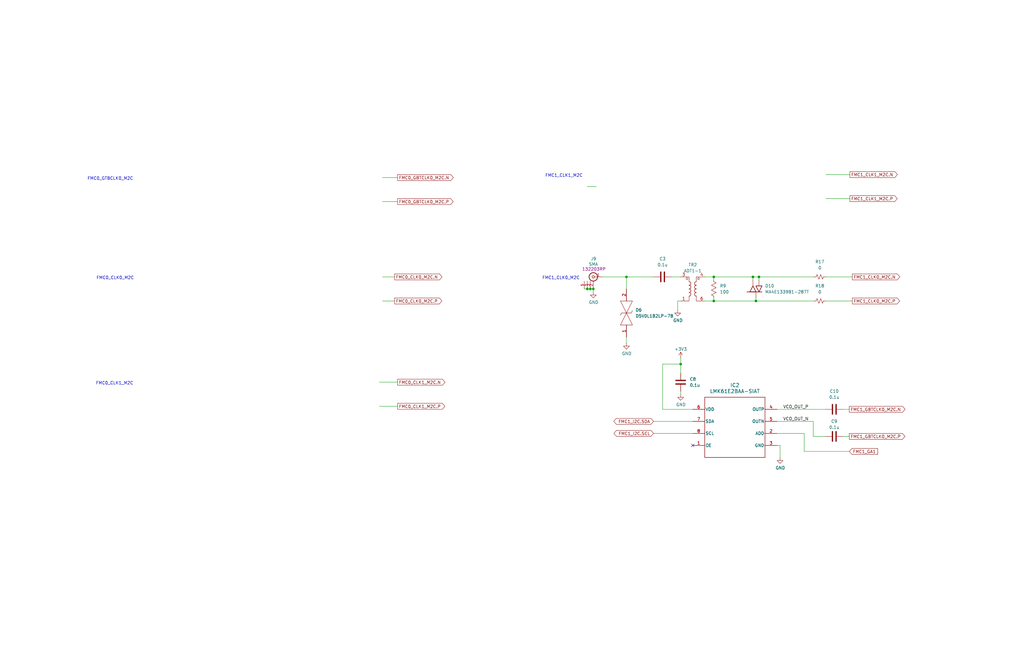
<source format=kicad_sch>
(kicad_sch (version 20231120) (generator "eeschema") (generator_version "8.0")
  (paper "B")
  (lib_symbols
    (symbol "D5V0L1B2LP_7B:D5V0L1B2LP-7B" (pin_names (offset 0.762))
      (property "Reference" "D" (at 12.7 8.89 0))
      (property "Value" "D5V0L1B2LP-7B" (at 12.7 6.35 0))
      (symbol "D5V0L1B2LP-7B_0_0"
        (pin passive line (at 0 0 0) (length 5.08) (name "~") (number "1"))
        (pin passive line (at 20.32 0 180) (length 5.08) (name "~") (number "2"))
      )
      (symbol "D5V0L1B2LP-7B_0_1"
        (polyline (pts (xy 9.144 2.54) (xy 10.16 2.032)) (stroke (width 0.1524)))
        (polyline (pts (xy 10.16 -2.032) (xy 10.16 2.032)) (stroke (width 0.1524)))
        (polyline (pts (xy 10.16 -2.032) (xy 11.176 -2.54)) (stroke (width 0.1524)))
        (polyline (pts (xy 10.16 0) (xy 5.08 -2.54) (xy 5.08 2.54) (xy 10.16 0)) (stroke (width 0.1524)))
        (polyline (pts (xy 10.16 0) (xy 15.24 -2.54) (xy 15.24 2.54) (xy 10.16 0)) (stroke (width 0.1524)))
      )
    )
    (symbol "DB4_4" (pin_numbers hide) (pin_names (offset 1.016) hide)
      (property "Reference" "D10" (at -1.27 3.81 90))
      (property "Value" "DB4" (at 1.27 3.81 90))
      (symbol "DB4_4_0_1"
        (polyline (pts (xy 1.27 2.54) (xy 1.27 -3.81)) (stroke (width 0.254)))
        (polyline (pts (xy -1.27 2.54) (xy -1.27 0) (xy 1.27 1.27) (xy -1.27 2.54)) (stroke (width 0.254)))
        (polyline (pts (xy 1.27 0) (xy 1.27 -2.54) (xy -1.27 -1.27) (xy 1.27 0)) (stroke (width 0.254)))
      )
      (symbol "DB4_4_1_1"
        (pin passive line (at -3.81 1.27 0) (length 2.54) (name "K") (number "1"))
        (pin passive line (at -3.81 -1.27 0) (length 2.54) (name "K") (number "2"))
        (pin passive line (at 3.81 0 180) (length 2.54) (name "A") (number "3"))
      )
    )
    (symbol "Device:C" (pin_numbers hide) (pin_names (offset 0.254))
      (property "Reference" "C" (at 0.635 2.54 0))
      (property "Value" "C" (at 0.635 -2.54 0))
      (symbol "C_0_1"
        (polyline (pts (xy -2.032 -0.762) (xy 2.032 -0.762)) (stroke (width 0.508)))
        (polyline (pts (xy -2.032 0.762) (xy 2.032 0.762)) (stroke (width 0.508)))
      )
      (symbol "C_1_1"
        (pin passive line (at 0 3.81 270) (length 2.794) (name "~") (number "1"))
        (pin passive line (at 0 -3.81 90) (length 2.794) (name "~") (number "2"))
      )
    )
    (symbol "Device:R_Small_US" (pin_numbers hide) (pin_names (offset 0.254) hide)
      (property "Reference" "R" (at 0.762 0.508 0))
      (property "Value" "R_Small_US" (at 0.762 -1.016 0))
      (symbol "R_Small_US_1_1"
        (polyline (pts (xy 0 0) (xy 1.016 -0.381) (xy 0 -0.762) (xy -1.016 -1.143) (xy 0 -1.524)))
        (polyline (pts (xy 0 1.524) (xy 1.016 1.143) (xy 0 0.762) (xy -1.016 0.381) (xy 0 0)))
        (pin passive line (at 0 2.54 270) (length 1.016) (name "~") (number "1"))
        (pin passive line (at 0 -2.54 90) (length 1.016) (name "~") (number "2"))
      )
    )
    (symbol "LMK61E2BAA-SIAT:LMK61E2BAA-SIAT" (pin_names (offset 0.254))
      (property "Reference" "U" (at 0 2.54 0))
      (property "Value" "LMK61E2BAA-SIAT" (at 0 0 0))
      (symbol "LMK61E2BAA-SIAT_0_1"
        (polyline (pts (xy -12.7 -12.7) (xy 12.7 -12.7)) (stroke (width 0.2032)))
        (polyline (pts (xy -12.7 12.7) (xy -12.7 -12.7)) (stroke (width 0.2032)))
        (polyline (pts (xy 12.7 -12.7) (xy 12.7 12.7)) (stroke (width 0.2032)))
        (polyline (pts (xy 12.7 12.7) (xy -12.7 12.7)) (stroke (width 0.2032)))
        (pin input line (at -17.78 -7.62 0) (length 5.08) (name "OE") (number "1"))
        (pin input line (at 17.78 -2.54 180) (length 5.08) (name "ADD") (number "2"))
        (pin power_in line (at 17.78 -7.62 180) (length 5.08) (name "GND") (number "3"))
        (pin output line (at 17.78 7.62 180) (length 5.08) (name "OUTP") (number "4"))
        (pin output line (at 17.78 2.54 180) (length 5.08) (name "OUTN") (number "5"))
        (pin power_in line (at -17.78 7.62 0) (length 5.08) (name "VDD") (number "6"))
        (pin bidirectional line (at -17.78 2.54 0) (length 5.08) (name "SDA") (number "7"))
        (pin input line (at -17.78 -2.54 0) (length 5.08) (name "SCL") (number "8"))
      )
    )
    (symbol "Paul:SMA" (pin_names (offset 1.016) hide)
      (property "Reference" "J" (at 0.254 3.048 0))
      (property "Value" "SMA" (at 4.445 0 0))
      (symbol "SMA_0_1"
        (circle (center 0 0) (radius 0.508) (stroke (width 0.2032)))
        (circle (center 0 0) (radius 1.778) (stroke (width 0.3048)))
      )
      (symbol "SMA_1_1"
        (pin passive line (at -3.81 0 0) (length 3.302) (name "In") (number "1"))
        (pin passive line (at 0 -5.08 90) (length 3.302) (name "SHELL") (number "2"))
        (pin passive line (at 1.27 -5.08 90) (length 3.302) (name "SHELL") (number "3"))
        (pin passive line (at 2.54 -5.08 90) (length 3.302) (name "SHELL") (number "4"))
        (pin passive line (at 3.81 -5.08 90) (length 3.302) (name "SHELL") (number "5"))
      )
    )
    (symbol "Transformer:ADT1-1" (pin_names hide)
      (property "Reference" "TR1" (at 0 10.16 0))
      (property "Value" "ADT1-1" (at 0 7.62 0))
      (symbol "ADT1-1_0_1"
        (circle (center -2.413 4.318) (radius 0.4016))
        (arc (start -1.524 -3.048) (mid -0.7653 -2.286) (end -1.524 -1.524) (stroke (width 0.2032)))
        (arc (start -1.524 -1.524) (mid -0.7653 -0.762) (end -1.524 0) (stroke (width 0.2032)))
        (arc (start -1.524 0) (mid -0.7653 0.762) (end -1.524 1.524) (stroke (width 0.2032)))
        (arc (start -1.524 1.524) (mid -0.7653 2.286) (end -1.524 3.048) (stroke (width 0.2032)))
        (polyline (pts (xy -2.54 5.08) (xy -1.524 5.08) (xy -1.524 3.048)) (stroke (width 0.1524)))
        (polyline (pts (xy -1.524 -3.048) (xy -1.524 -5.08) (xy -2.54 -5.08)) (stroke (width 0.1524)))
        (polyline (pts (xy 1.524 3.048) (xy 1.524 5.08) (xy 2.54 5.08)) (stroke (width 0.1524)))
        (polyline (pts (xy 2.54 -5.08) (xy 1.524 -5.08) (xy 1.524 -3.048)) (stroke (width 0.1524)))
        (arc (start 1.524 -1.524) (mid 0.7653 -2.286) (end 1.524 -3.048) (stroke (width 0.2032)))
        (arc (start 1.524 0) (mid 0.7653 -0.762) (end 1.524 -1.524) (stroke (width 0.2032)))
        (arc (start 1.524 1.524) (mid 0.7653 0.762) (end 1.524 0) (stroke (width 0.2032)))
        (arc (start 1.524 3.048) (mid 0.7653 2.286) (end 1.524 1.524) (stroke (width 0.2032)))
        (circle (center 2.413 4.318) (radius 0.4016))
      )
      (symbol "ADT1-1_1_1"
        (pin passive line (at -5.08 -5.08 0) (length 2.54) (name "~") (number "1"))
        (pin passive line (at -5.08 5.08 0) (length 2.54) (name "~") (number "3"))
        (pin passive line (at 5.08 5.08 180) (length 2.54) (name "~") (number "4"))
        (pin passive line (at 5.08 -5.08 180) (length 2.54) (name "~") (number "6"))
      )
    )
    (symbol "custom:R_norm" (pin_numbers hide) (pin_names (offset 0))
      (property "Reference" "R" (at -2.54 0 90))
      (property "Value" "R_norm" (at 2.54 0 90))
      (symbol "R_norm_0_1"
        (polyline (pts (xy 0 -3.048) (xy -1.016 -2.54) (xy 1.016 -1.524) (xy -1.016 -0.508) (xy 1.016 0.508) (xy -1.016 1.524) (xy 1.016 2.54) (xy 0 3.048)))
      )
      (symbol "R_norm_1_1"
        (pin passive line (at 0 3.81 270) (length 0.762) (name "~") (number "1"))
        (pin passive line (at 0 -3.81 90) (length 0.762) (name "~") (number "2"))
      )
    )
    (symbol "power:+3V3" (power) (pin_names (offset 0))
      (property "Value" "+3V3" (at 0 3.556 0))
      (symbol "+3V3_0_1"
        (polyline (pts (xy -0.762 1.27) (xy 0 2.54)))
        (polyline (pts (xy 0 0) (xy 0 2.54)))
        (polyline (pts (xy 0 2.54) (xy 0.762 1.27)))
      )
      (symbol "+3V3_1_1"
        (pin power_in line (at 0 0 90) (length 0) hide (name "+3V3") (number "1"))
      )
    )
    (symbol "power:GND" (power) (pin_names (offset 0))
      (property "Value" "GND" (at 0 -3.81 0))
      (symbol "GND_0_1"
        (polyline (pts (xy 0 0) (xy 0 -1.27) (xy 1.27 -1.27) (xy 0 -2.54) (xy -1.27 -1.27) (xy 0 -1.27)))
      )
      (symbol "GND_1_1"
        (pin power_in line (at 0 0 270) (length 0) hide (name "GND") (number "1"))
      )
    )
  )
  (junction (at 250.19 121.92))
  (junction (at 300.99 127))
  (junction (at 287.02 153.67))
  (junction (at 300.99 116.84))
  (junction (at 318.77 127))
  (junction (at 320.04 116.84))
  (junction (at 247.65 121.92))
  (junction (at 317.5 116.84))
  (junction (at 248.92 121.92))
  (junction (at 264.16 116.84))
  (no_connect (at 292.1 187.96))
  (wire (pts (xy 279.4 153.67) (xy 279.4 172.72)))
  (wire (pts (xy 342.9 177.8) (xy 342.9 184.15)))
  (wire (pts (xy 342.9 184.15) (xy 347.98 184.15)))
  (wire (pts (xy 287.02 153.67) (xy 287.02 157.48)))
  (wire (pts (xy 250.19 121.92) (xy 250.19 123.19)))
  (wire (pts (xy 348.234 73.66) (xy 358.394 73.66)))
  (wire (pts (xy 300.99 125.73) (xy 300.99 127)))
  (wire (pts (xy 318.77 125.73) (xy 318.77 127)))
  (wire (pts (xy 287.02 165.1) (xy 287.02 166.37)))
  (wire (pts (xy 339.09 182.88) (xy 339.09 190.5)))
  (wire (pts (xy 300.99 116.84) (xy 300.99 118.11)))
  (wire (pts (xy 279.4 153.67) (xy 287.02 153.67)))
  (wire (pts (xy 320.04 116.84) (xy 320.04 118.11)))
  (wire (pts (xy 264.16 142.24) (xy 264.16 144.78)))
  (wire (pts (xy 327.66 187.96) (xy 328.93 187.96)))
  (wire (pts (xy 160.02 171.45) (xy 167.64 171.45)))
  (wire (pts (xy 317.5 116.84) (xy 317.5 118.11)))
  (wire (pts (xy 359.41 127) (xy 348.234 127)))
  (wire (pts (xy 264.16 116.84) (xy 275.59 116.84)))
  (wire (pts (xy 300.99 116.84) (xy 317.5 116.84)))
  (wire (pts (xy 355.6 184.15) (xy 358.14 184.15)))
  (wire (pts (xy 264.16 116.84) (xy 264.16 121.92)))
  (wire (pts (xy 358.14 172.72) (xy 355.6 172.72)))
  (wire (pts (xy 327.66 172.72) (xy 347.98 172.72)))
  (wire (pts (xy 248.92 121.92) (xy 250.19 121.92)))
  (wire (pts (xy 300.99 127) (xy 318.77 127)))
  (wire (pts (xy 247.65 78.74) (xy 251.46 78.74)))
  (wire (pts (xy 161.29 74.93) (xy 167.64 74.93)))
  (wire (pts (xy 275.59 177.8) (xy 292.1 177.8)))
  (wire (pts (xy 275.59 182.88) (xy 292.1 182.88)))
  (wire (pts (xy 359.41 116.84) (xy 348.234 116.84)))
  (wire (pts (xy 317.5 116.84) (xy 320.04 116.84)))
  (wire (pts (xy 283.21 116.84) (xy 287.02 116.84)))
  (wire (pts (xy 247.65 121.92) (xy 248.92 121.92)))
  (wire (pts (xy 160.02 161.29) (xy 167.64 161.29)))
  (wire (pts (xy 287.02 151.13) (xy 287.02 153.67)))
  (wire (pts (xy 166.37 116.84) (xy 161.29 116.84)))
  (wire (pts (xy 297.18 127) (xy 300.99 127)))
  (wire (pts (xy 161.29 85.09) (xy 167.64 85.09)))
  (wire (pts (xy 254 116.84) (xy 264.16 116.84)))
  (wire (pts (xy 348.234 83.82) (xy 358.394 83.82)))
  (wire (pts (xy 297.18 116.84) (xy 300.99 116.84)))
  (wire (pts (xy 327.66 182.88) (xy 339.09 182.88)))
  (wire (pts (xy 328.93 193.04) (xy 328.93 187.96)))
  (wire (pts (xy 320.04 116.84) (xy 343.154 116.84)))
  (wire (pts (xy 246.38 121.92) (xy 247.65 121.92)))
  (wire (pts (xy 285.75 127) (xy 287.02 127)))
  (wire (pts (xy 279.4 172.72) (xy 292.1 172.72)))
  (wire (pts (xy 327.66 177.8) (xy 342.9 177.8)))
  (wire (pts (xy 285.75 130.81) (xy 285.75 127)))
  (wire (pts (xy 339.09 190.5) (xy 358.14 190.5)))
  (wire (pts (xy 318.77 127) (xy 343.154 127)))
  (wire (pts (xy 166.37 127) (xy 161.29 127)))
  (text "FMC1_CLK0_M2C" (at 228.6 118.11 0) (effects (font (size 1.27 1.27)) (justify left bottom)))
  (text "FMC1_CLK1_M2C" (at 229.87 74.93 0) (effects (font (size 1.27 1.27)) (justify left bottom)))
  (text "FMC0_CLK0_M2C" (at 40.64 118.11 0) (effects (font (size 1.27 1.27)) (justify left bottom)))
  (text "FMC0_CLK1_M2C" (at 40.386 162.56 0) (effects (font (size 1.27 1.27)) (justify left bottom)))
  (text "FMC0_GTBCLK0_M2C" (at 36.83 76.2 0) (effects (font (size 1.27 1.27)) (justify left bottom)))
  (label "VCO_OUT_N" (at 330.2 177.8 0))
  (label "VCO_OUT_P" (at 330.2 172.72 0))
  (global_label "FMC1_I2C.SCL" (shape bidirectional) (at 275.59 182.88 180) (property "Intersheetrefs" "${INTERSHEET_REFS}" (effects (hide yes))))
  (global_label "FMC1_CLK0_M2C.P" (shape output) (at 359.41 127 0) (property "Intersheetrefs" "${INTERSHEET_REFS}" (effects (hide yes))))
  (global_label "FMC0_CLK1_M2C.N" (shape output) (at 167.64 161.29 0) (property "Intersheetrefs" "${INTERSHEET_REFS}" (effects (hide yes))))
  (global_label "FMC0_CLK0_M2C.N" (shape output) (at 166.37 116.84 0) (property "Intersheetrefs" "${INTERSHEET_REFS}" (effects (hide yes))))
  (global_label "FMC0_GBTCLK0_M2C.P" (shape output) (at 167.64 85.09 0) (property "Intersheetrefs" "${INTERSHEET_REFS}" (effects (hide yes))))
  (global_label "FMC1_CLK0_M2C.N" (shape output) (at 359.41 116.84 0) (property "Intersheetrefs" "${INTERSHEET_REFS}" (effects (hide yes))))
  (global_label "FMC0_CLK1_M2C.P" (shape output) (at 167.64 171.45 0) (property "Intersheetrefs" "${INTERSHEET_REFS}" (effects (hide yes))))
  (global_label "FMC1_I2C.SDA" (shape bidirectional) (at 275.59 177.8 180) (property "Intersheetrefs" "${INTERSHEET_REFS}" (effects (hide yes))))
  (global_label "FMC1_GA1" (shape input) (at 358.14 190.5 0) (property "Intersheetrefs" "${INTERSHEET_REFS}" (effects (hide yes))))
  (global_label "FMC1_CLK1_M2C.N" (shape output) (at 358.394 73.66 0) (property "Intersheetrefs" "${INTERSHEET_REFS}" (effects (hide yes))))
  (global_label "FMC0_GBTCLK0_M2C.N" (shape output) (at 167.64 74.93 0) (property "Intersheetrefs" "${INTERSHEET_REFS}" (effects (hide yes))))
  (global_label "FMC0_CLK0_M2C.P" (shape output) (at 166.37 127 0) (property "Intersheetrefs" "${INTERSHEET_REFS}" (effects (hide yes))))
  (global_label "FMC1_CLK1_M2C.P" (shape output) (at 358.394 83.82 0) (property "Intersheetrefs" "${INTERSHEET_REFS}" (effects (hide yes))))
  (global_label "FMC1_GBTCLK0_M2C.N" (shape output) (at 358.14 172.72 0) (property "Intersheetrefs" "${INTERSHEET_REFS}" (effects (hide yes))))
  (global_label "FMC1_GBTCLK0_M2C.P" (shape output) (at 358.14 184.15 0) (property "Intersheetrefs" "${INTERSHEET_REFS}" (effects (hide yes))))
  (symbol (lib_id "LMK61E2BAA-SIAT:LMK61E2BAA-SIAT") (at 309.88 180.34 0) (unit 1)
    (property "Reference" "IC2" (at 309.88 162.56 0) (effects (font (size 1.524 1.524))))
    (property "Value" "LMK61E2BAA-SIAT" (at 309.88 165.1 0) (effects (font (size 1.524 1.524))))
    (property "Footprint" "PB:SIA0008B" (effects (hide yes)))
    (property "Datasheet" "https://www.ti.com/lit/ds/symlink/lmk61e2.pdf?ts=1705415528901&ref_url=https%253A%252F%252Fwww.ti.com%252Fproduct%252FLMK61E2" (effects (hide yes)))
    (property "MFG" "Texas Instruments" (effects (hide yes)))
    (property "MFG_PN" "LMK61E2BAA-SIAT" (effects (hide yes)))
  )
  (symbol (lib_id "power:GND") (at 328.93 193.04 0) (unit 1)
    (property "Reference" "#PWR077" (effects (hide yes)))
    (property "Value" "GND" (at 329.057 197.4342 0))
    (instances (project "dioBreakOutBoard" (path "" (reference "#PWR077") (unit 1))) (project "fmc_double_width_template" (path "" (reference "#PWR02") (unit 1)) (path "" (reference "#PWR02") (unit 1)) (path "" (reference "#PWR047") (unit 1))))
  )
  (symbol (lib_id "power:+3V3") (at 287.02 151.13 0) (unit 1)
    (property "Reference" "#PWR0101" (effects (hide yes)))
    (property "Value" "+3V3" (at 287.02 147.32 0))
  )
  (symbol (lib_id "Transformer:ADT1-1") (at 292.1 121.92 0) (unit 1)
    (property "Reference" "TR2" (at 292.1 111.76 0))
    (property "Value" "ADT1-1" (at 292.1 114.3 0))
    (property "Footprint" "RF_Mini-Circuits:Mini-Circuits_CD542_H2.84mm" (effects (hide yes)))
    (property "Datasheet" "https://www.minicircuits.com/pdfs/ADT1-1+.pdf" (effects (hide yes)))
    (property "MFG" "Mini-Circuits" (effects (hide yes)))
    (property "MFG_PN" "ADT1-1" (effects (hide yes)))
  )
  (symbol (lib_name "DB4_4") (lib_id "Diode:DB4") (at 318.77 121.92 270) (unit 1)
    (property "Reference" "D10" (at 322.58 120.65 90) (effects (justify left)))
    (property "Value" "MA4E1339B1-287T" (at 322.58 123.19 90) (effects (justify left)))
    (property "Footprint" "PB:SOT95P260X122-3N" (effects (hide yes)))
    (property "Datasheet" "https://cdn.macom.com/datasheets/MA4E1339%20Series.pdf" (effects (hide yes)))
    (property "MFG" "MACOM " (effects (hide yes)))
    (property "MFG_PN" "MA4E1339B1-287T" (effects (hide yes)))
  )
  (symbol (lib_id "Device:C") (at 279.4 116.84 90) (unit 1)
    (property "Reference" "C3" (at 279.4 109.22 90))
    (property "Value" "0.1u" (at 279.4 111.76 90))
    (property "Footprint" "Capacitor_SMD:C_0603_1608Metric" (effects (hide yes)))
    (property "PN" "TMK107BJ104KA-T" (effects (hide yes)))
    (property "MFG_PN" "TMK107BJ104KA-T" (effects (hide yes)))
    (property "MFG" "Taiyo Yuden" (effects (hide yes)))
  )
  (symbol (lib_id "power:GND") (at 264.16 144.78 0) (unit 1)
    (property "Reference" "#PWR064" (effects (hide yes)))
    (property "Value" "GND" (at 264.287 149.1742 0))
    (instances (project "dioBreakOutBoard" (path "" (reference "#PWR064") (unit 1))) (project "fmc_double_width_template" (path "" (reference "#PWR02") (unit 1)) (path "" (reference "#PWR02") (unit 1)) (path "" (reference "#PWR047") (unit 1))))
  )
  (symbol (lib_id "Device:R_Small_US") (at 345.694 127 90) (unit 1)
    (property "Reference" "R18" (at 345.694 120.65 90))
    (property "Value" "0" (at 345.694 123.19 90))
    (property "Footprint" "Resistor_SMD:R_0603_1608Metric" (effects (hide yes)))
    (property "PN" "CRCW06030000ZS" (effects (hide yes)))
    (property "MFG" "Vishay" (effects (hide yes)))
    (property "MFG_PN" "CRCW06030000ZS" (effects (hide yes)))
  )
  (symbol (lib_id "power:GND") (at 250.19 123.19 0) (unit 1)
    (property "Reference" "#PWR059" (effects (hide yes)))
    (property "Value" "GND" (at 250.317 127.5842 0))
    (instances (project "dioBreakOutBoard" (path "" (reference "#PWR059") (unit 1))) (project "fmc_double_width_template" (path "" (reference "#PWR02") (unit 1)) (path "" (reference "#PWR02") (unit 1)) (path "" (reference "#PWR047") (unit 1))))
  )
  (symbol (lib_id "custom:R_norm") (at 300.99 121.92 0) (unit 1)
    (property "Reference" "R9" (at 303.53 120.65 0) (effects (justify left)))
    (property "Value" "100" (at 303.53 123.19 0) (effects (justify left)))
    (property "Footprint" "Resistor_SMD:R_0603_1608Metric" (effects (hide yes)))
    (property "MFG" "Vishay" (effects (hide yes)))
    (property "PN" "CRCW0603100RFK" (effects (hide yes)))
    (property "MFG_PN" "CRCW0603100RFK" (effects (hide yes)))
  )
  (symbol (lib_id "Device:C") (at 351.79 172.72 90) (unit 1)
    (property "Reference" "C10" (at 351.79 165.1 90))
    (property "Value" "0.1u" (at 351.79 167.64 90))
    (property "Footprint" "Capacitor_SMD:C_0603_1608Metric" (effects (hide yes)))
    (property "PN" "TMK107BJ104KA-T" (effects (hide yes)))
    (property "MFG_PN" "TMK107BJ104KA-T" (effects (hide yes)))
    (property "MFG" "Taiyo Yuden" (effects (hide yes)))
  )
  (symbol (lib_id "Device:C") (at 287.02 161.29 180) (unit 1)
    (property "Reference" "C8" (at 290.83 160.02 0) (effects (justify right)))
    (property "Value" "0.1u" (at 290.83 162.56 0) (effects (justify right)))
    (property "Footprint" "Capacitor_SMD:C_0603_1608Metric" (effects (hide yes)))
    (property "PN" "TMK107BJ104KA-T" (effects (hide yes)))
    (property "MFG_PN" "TMK107BJ104KA-T" (effects (hide yes)))
    (property "MFG" "Taiyo Yuden" (effects (hide yes)))
  )
  (symbol (lib_id "Device:C") (at 351.79 184.15 90) (unit 1)
    (property "Reference" "C9" (at 351.79 177.8 90))
    (property "Value" "0.1u" (at 351.79 180.34 90))
    (property "Footprint" "Capacitor_SMD:C_0603_1608Metric" (effects (hide yes)))
    (property "PN" "TMK107BJ104KA-T" (effects (hide yes)))
    (property "MFG_PN" "TMK107BJ104KA-T" (effects (hide yes)))
    (property "MFG" "Taiyo Yuden" (effects (hide yes)))
  )
  (symbol (lib_id "D5V0L1B2LP_7B:D5V0L1B2LP-7B") (at 264.16 142.24 90) (unit 1)
    (property "Reference" "D6" (at 267.97 130.81 90) (effects (justify right)))
    (property "Value" "D5V0L1B2LP-7B" (at 267.97 133.35 90) (effects (justify right)))
    (property "Footprint" "PB:D5V0L1B2LP7B" (effects (hide yes)))
    (property "Datasheet" "https://www.diodes.com/assets/Datasheets/D5V0L1B2LP.pdf" (effects (hide yes)))
    (property "Description" "ESD Suppressors / TVS Diodes 1 CH TVS BI Array 5.0 Volts 84W 6A" (effects (hide yes)))
    (property "Height" "0.53" (effects (hide yes)))
    (property "Mouser Part Number" "621-D5V0L1B2LP-7B" (effects (hide yes)))
    (property "Mouser Price/Stock" "https://www.mouser.co.uk/ProductDetail/Diodes-Incorporated/D5V0L1B2LP-7B?qs=gfe7vQ8txpUgkgRy2xfhsA%3D%3D" (effects (hide yes)))
    (property "Manufacturer_Name" "Diodes Incorporated" (effects (hide yes)))
    (property "Manufacturer_Part_Number" "D5V0L1B2LP-7B" (effects (hide yes)))
    (property "MFG" "Diodes Incorporated" (effects (hide yes)))
    (property "MFG_PN" "D5V0L1B2LP-7B" (effects (hide yes)))
  )
  (symbol (lib_id "power:GND") (at 285.75 130.81 0) (unit 1)
    (property "Reference" "#PWR067" (effects (hide yes)))
    (property "Value" "GND" (at 285.877 135.2042 0))
    (instances (project "dioBreakOutBoard" (path "" (reference "#PWR067") (unit 1))) (project "fmc_double_width_template" (path "" (reference "#PWR02") (unit 1)) (path "" (reference "#PWR02") (unit 1)) (path "" (reference "#PWR047") (unit 1))))
  )
  (symbol (lib_id "power:GND") (at 287.02 166.37 0) (unit 1)
    (property "Reference" "#PWR075" (effects (hide yes)))
    (property "Value" "GND" (at 287.147 170.7642 0))
    (instances (project "dioBreakOutBoard" (path "" (reference "#PWR075") (unit 1))) (project "fmc_double_width_template" (path "" (reference "#PWR02") (unit 1)) (path "" (reference "#PWR02") (unit 1)) (path "" (reference "#PWR047") (unit 1))))
  )
  (symbol (lib_id "Paul:SMA") (at 250.19 116.84 0) (mirror y) (unit 1)
    (property "Reference" "J9" (at 251.46 109.22 0) (effects (justify left)))
    (property "Value" "SMA" (at 252.222 111.506 0) (effects (justify left)))
    (property "Footprint" "PB:132203RP" (effects (hide yes)))
    (property "Datasheet" "https://s3-us-west-2.amazonaws.com/catsy.582/C132203RP.pdf" (effects (hide yes)))
    (property "MFG" "Amphenol" (effects (hide yes)))
    (property "MFG_PN" "132203RP" (at 250.444 113.538 0))
  )
  (symbol (lib_id "Device:R_Small_US") (at 345.694 116.84 90) (unit 1)
    (property "Reference" "R17" (at 345.694 110.49 90))
    (property "Value" "0" (at 345.694 113.03 90))
    (property "Footprint" "Resistor_SMD:R_0603_1608Metric" (effects (hide yes)))
    (property "PN" "CRCW06030000ZS" (effects (hide yes)))
    (property "MFG" "Vishay" (effects (hide yes)))
    (property "MFG_PN" "CRCW06030000ZS" (effects (hide yes)))
  )
)
</source>
